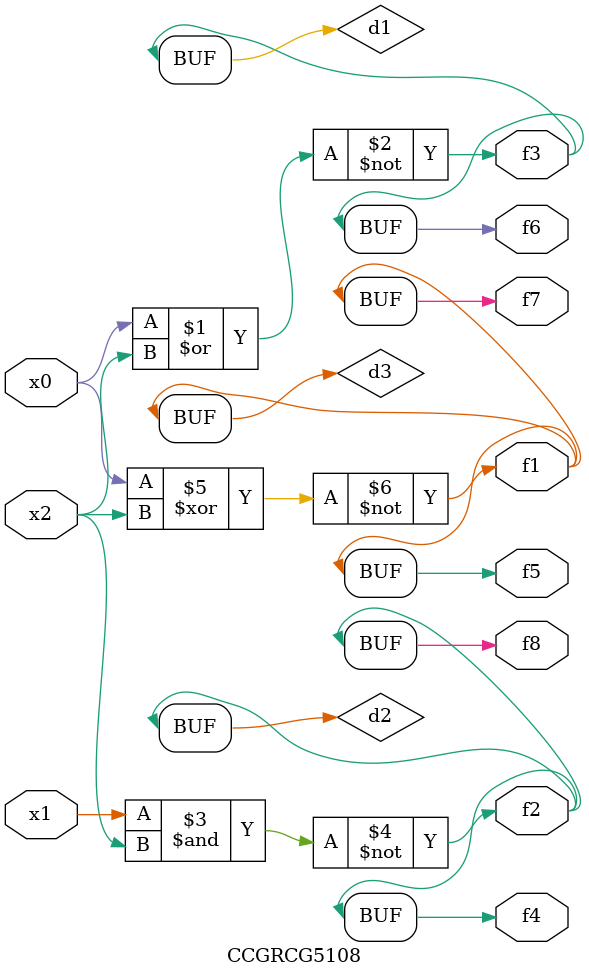
<source format=v>
module CCGRCG5108(
	input x0, x1, x2,
	output f1, f2, f3, f4, f5, f6, f7, f8
);

	wire d1, d2, d3;

	nor (d1, x0, x2);
	nand (d2, x1, x2);
	xnor (d3, x0, x2);
	assign f1 = d3;
	assign f2 = d2;
	assign f3 = d1;
	assign f4 = d2;
	assign f5 = d3;
	assign f6 = d1;
	assign f7 = d3;
	assign f8 = d2;
endmodule

</source>
